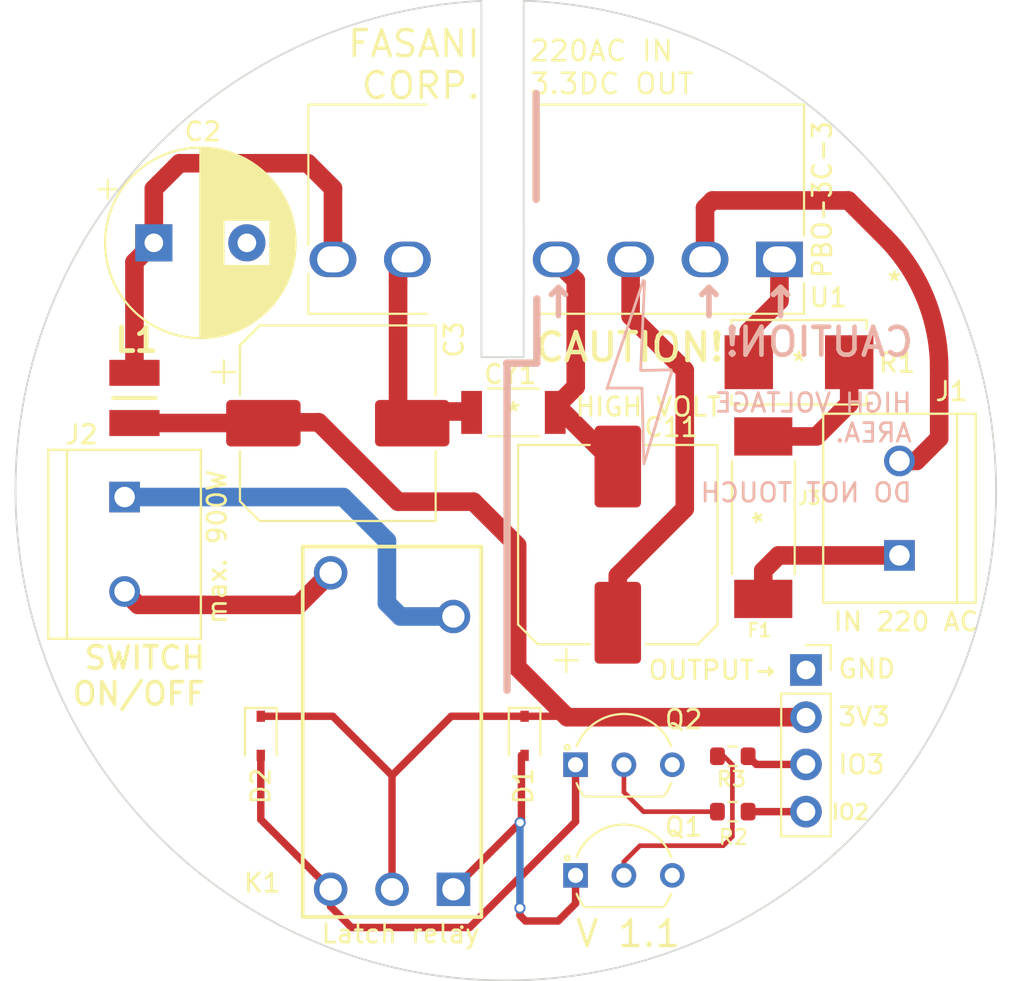
<source format=kicad_pcb>
(kicad_pcb (version 20211014) (generator pcbnew)
  (layers (0 "F.Cu" signal) (31 "B.Cu" signal) (34 "B.Paste" user) (35 "F.Paste" user) (36 "B.SilkS" user "B.Silkscreen") (37 "F.SilkS" user "F.Silkscreen") (38 "B.Mask" user) (39 "F.Mask" user) (44 "Edge.Cuts" user))
  (net 0 "")
  (net 1 "Net-(C1-Pad1)")
  (net 2 "Net-(C1-Pad2)")
  (net 3 "Net-(C2-Pad1)")
  (net 4 "GND")
  (net 5 "AC")
  (net 6 "Net-(F1-Pad2)")
  (net 7 "/AC (N)")
  (net 8 "Net-(R1-Pad2)")
  (net 9 "/IO_2")
  (net 10 "/IO_3")
  (net 11 "+3V3")
  (net 12 "Net-(J2-Pad1)")
  (net 13 "Net-(J2-Pad2)")
  (net 14 "Net-(D1-Pad2)")
  (net 15 "Net-(D2-Pad2)")
  (net 16 "Net-(Q1-Pad2)")
  (net 17 "Net-(Q2-Pad2)")
  (footprint "footprint:SMW212RJT" (layer "F.Cu") (at 152.3 78.45 180)
    (fp_text reference "R1" (at -5.28 -0.04 180) (layer "F.SilkS"))
    (fp_text value "R" hide)
    (fp_text user "*" (at 0 0) (layer "F.SilkS"))
    (fp_line (start 3.6322 2.2733) (end 3.6322 1.78054) (layer "F.SilkS") (width 0.12))
    (fp_line (start 3.6322 -1.78054) (end 3.6322 -2.2733) (layer "F.SilkS") (width 0.12))
    (fp_line (start -3.6322 -2.2733) (end -3.6322 -1.78054) (layer "F.SilkS") (width 0.12))
    (fp_line (start 3.6322 -2.2733) (end -3.6322 -2.2733) (layer "F.SilkS") (width 0.12))
    (fp_line (start -3.6322 1.78054) (end -3.6322 2.2733) (layer "F.SilkS") (width 0.12))
    (fp_line (start -3.6322 2.2733) (end 3.6322 2.2733) (layer "F.SilkS") (width 0.12))
    (pad "1" smd rect (at -2.69875 0 180) (size 2.6035 2.8956) (layers "F.Cu" "F.Paste" "F.Mask") (net 6 "Net-(F1-Pad2)"))
    (pad "2" smd rect (at 2.69875 0 180) (size 2.6035 2.8956) (layers "F.Cu" "F.Paste" "F.Mask") (net 8 "Net-(R1-Pad2)"))
  )
  (footprint "footprint:BC547B" (layer "F.Cu") (at 140.29 106.04645)
    (fp_text reference "Q1" (at 5.81 -2.60645) (layer "F.SilkS"))
    (fp_text value "Q_NPN_CBE" hide)
    (fp_line (start 0.536494 1.7145) (end 4.663506 1.7145) (layer "F.SilkS") (width 0.12))
    (fp_arc (start 0.056517 -0.99314) (mid 2.600845 -2.7305) (end 5.144097 -0.991565) (layer "F.SilkS") (width 0.12))
    (fp_arc (start 5.144097 0.991565) (mid 4.978085 1.341768) (end 4.764164 1.66494) (layer "F.SilkS") (width 0.12))
    (fp_arc (start 0.435836 1.66494) (mid 0.222331 1.342505) (end 0.056518 0.993141) (layer "F.SilkS") (width 0.12))
    (fp_circle (center -0.44 -0.93) (end -0.313 -0.93) (layer "F.SilkS") (width 0.12) (fill none))
    (pad "1" thru_hole rect (at 0 0) (size 1.3208 1.3208) (drill 0.8128) (layers *.Cu *.Mask) (net 14 "Net-(D1-Pad2)"))
    (pad "2" thru_hole circle (at 2.6 0) (size 1.3208 1.3208) (drill 0.8128) (layers *.Cu *.Mask) (net 16 "Net-(Q1-Pad2)"))
    (pad "3" thru_hole circle (at 5.2 0) (size 1.3208 1.3208) (drill 0.8128) (layers *.Cu *.Mask) (net 4 "GND"))
  )
  (footprint "Resistor_SMD:R_0603_1608Metric" (layer "F.Cu") (at 148.74 102.62)
    (fp_text reference "R2" (at 0.03 1.37 180) (layer "F.SilkS") (effects (font (size 0.8 0.8) (thickness 0.12))))
    (fp_text value "430Ω" hide)
    (fp_line (start -0.237258 0.5225) (end 0.237258 0.5225) (layer "F.SilkS") (width 0.12))
    (fp_line (start -0.237258 -0.5225) (end 0.237258 -0.5225) (layer "F.SilkS") (width 0.12))
    (pad "1" smd roundrect (at -0.825 0) (size 0.8 0.95) (layers "F.Cu" "F.Paste" "F.Mask") (net 17 "Net-(Q2-Pad2)"))
    (pad "2" smd roundrect (at 0.825 0) (size 0.8 0.95) (layers "F.Cu" "F.Paste" "F.Mask") (net 9 "/IO_2"))
  )
  (footprint "footprint:FH44L-1AT-L2-DC3V" (layer "F.Cu") (at 130.525 98.075 90)
    (fp_text reference "K1" (at -8.375 -7.075 unlocked) (layer "F.SilkS"))
    (fp_text value "HF163-F")
    (fp_line (start 9.71 -4.9) (end -10.2 -4.9) (layer "F.SilkS") (width 0.2))
    (fp_line (start -10.21 -4.9) (end -10.21 4.7) (layer "F.SilkS") (width 0.2))
    (fp_line (start -10.2 4.7) (end 9.71 4.7) (layer "F.SilkS") (width 0.2))
    (fp_line (start 9.71 4.7) (end 9.71 -4.9) (layer "F.SilkS") (width 0.2))
    (fp_line (start -10.81 3.65) (end -10.81 3.65) (layer "F.SilkS") (width 0.1))
    (fp_line (start -10.71 3.65) (end -10.71 3.65) (layer "F.SilkS") (width 0.1))
    (fp_arc (start -10.71 3.65) (mid -10.76 3.7) (end -10.81 3.65) (layer "F.SilkS") (width 0.1))
    (fp_arc (start -10.81 3.65) (mid -10.76 3.6) (end -10.71 3.65) (layer "F.SilkS") (width 0.1))
    (pad "1" thru_hole rect (at -8.72 3.2 90) (size 1.8 1.8) (drill 1.2) (layers *.Cu *.Mask) (net 14 "Net-(D1-Pad2)"))
    (pad "2" thru_hole circle (at -8.72 -0.1 90) (size 1.8 1.8) (drill 1.2) (layers *.Cu *.Mask) (net 11 "+3V3"))
    (pad "3" thru_hole circle (at -8.72 -3.4 90) (size 1.8 1.8) (drill 1.2) (layers *.Cu *.Mask) (net 15 "Net-(D2-Pad2)"))
    (pad "4" thru_hole circle (at 8.3 -3.4 90) (size 1.8 1.8) (drill 1.2) (layers *.Cu *.Mask) (net 13 "Net-(J2-Pad2)"))
    (pad "5" thru_hole circle (at 5.95 3.2 90) (size 1.8 1.8) (drill 1.2) (layers *.Cu *.Mask) (net 12 "Net-(J2-Pad1)"))
  )
  (footprint "Capacitor_SMD:CP_Elec_10x14.3" (layer "F.Cu") (at 142.56 88.26 90)
    (fp_text reference "C11" (at 6.31 2.88) (layer "F.SilkS"))
    (fp_text value "12uF")
    (fp_line (start -6.225 -3.385) (end -6.225 -2.135) (layer "F.SilkS") (width 0.12))
    (fp_line (start -4.295563 -5.36) (end 5.36 -5.36) (layer "F.SilkS") (width 0.12))
    (fp_line (start -5.36 4.295563) (end -4.295563 5.36) (layer "F.SilkS") (width 0.12))
    (fp_line (start -5.36 4.295563) (end -5.36 1.51) (layer "F.SilkS") (width 0.12))
    (fp_line (start -6.85 -2.76) (end -5.6 -2.76) (layer "F.SilkS") (width 0.12))
    (fp_line (start -5.36 -4.295563) (end -4.295563 -5.36) (layer "F.SilkS") (width 0.12))
    (fp_line (start -4.295563 5.36) (end 5.36 5.36) (layer "F.SilkS") (width 0.12))
    (fp_line (start 5.36 5.36) (end 5.36 1.51) (layer "F.SilkS") (width 0.12))
    (fp_line (start -5.36 -4.295563) (end -5.36 -1.51) (layer "F.SilkS") (width 0.12))
    (fp_line (start 5.36 -5.36) (end 5.36 -1.51) (layer "F.SilkS") (width 0.12))
    (pad "1" smd roundrect (at -4.2 0 90) (size 4.4 2.5) (layers "F.Cu" "F.Paste" "F.Mask") (roundrect_rratio 0.1) (net 1 "Net-(C1-Pad1)"))
    (pad "2" smd roundrect (at 4.2 0 90) (size 4.4 2.5) (layers "F.Cu" "F.Paste" "F.Mask") (roundrect_rratio 0.1) (net 2 "Net-(C1-Pad2)"))
  )
  (footprint "Diode_SMD:D_SOD-323" (layer "F.Cu") (at 123.37 98.54 -90)
    (fp_text reference "D2" (at 2.7 0 90) (layer "F.SilkS"))
    (fp_text value "1N4148" hide)
    (fp_line (start -1.5 -0.85) (end 1.05 -0.85) (layer "F.SilkS") (width 0.12))
    (fp_line (start -1.5 -0.85) (end -1.5 0.85) (layer "F.SilkS") (width 0.12))
    (fp_line (start -1.5 0.85) (end 1.05 0.85) (layer "F.SilkS") (width 0.12))
    (pad "1" smd rect (at -1.05 0 270) (size 0.6 0.45) (layers "F.Cu" "F.Paste" "F.Mask") (net 11 "+3V3"))
    (pad "2" smd rect (at 1.05 0 270) (size 0.6 0.45) (layers "F.Cu" "F.Paste" "F.Mask") (net 15 "Net-(D2-Pad2)"))
  )
  (footprint "footprint:CC1808KKX7RCBB102" (layer "F.Cu") (at 136.95 81.15)
    (fp_text reference "CY1" (at -0.17 -2.05) (layer "F.SilkS"))
    (fp_text value "1nF" hide)
    (fp_text user "*" (at 0 0) (layer "F.SilkS"))
    (fp_line (start -1.38155 1.2827) (end 1.38155 1.2827) (layer "F.SilkS") (width 0.12))
    (fp_line (start 1.38155 -1.2827) (end -1.38155 -1.2827) (layer "F.SilkS") (width 0.12))
    (pad "1" smd rect (at -2.2479 0) (size 1.1176 2.3114) (layers "F.Cu" "F.Paste" "F.Mask") (net 4 "GND"))
    (pad "2" smd rect (at 2.2479 0) (size 1.1176 2.3114) (layers "F.Cu" "F.Paste" "F.Mask") (net 2 "Net-(C1-Pad2)"))
  )
  (footprint "footprint:PBO-3C-3" (layer "F.Cu") (at 151.249999 72.92 180)
    (fp_text reference "U1" (at -2.630001 -2.05) (layer "F.SilkS"))
    (fp_text value "PBO-3C-3" (at -2.300001 3.22 270) (layer "F.SilkS"))
    (fp_text user "*" (at -6.180001 -1.2) (layer "F.SilkS"))
    (fp_line (start 25.322299 8.3261) (end 25.322299 0.785196) (layer "F.SilkS") (width 0.12))
    (fp_line (start -1.322301 1.278829) (end -1.322301 8.3261) (layer "F.SilkS") (width 0.12))
    (fp_line (start 13.11 -2.9261) (end -1.322301 -2.9261) (layer "F.SilkS") (width 0.12))
    (fp_line (start -1.322301 -2.9261) (end -1.322301 -1.278829) (layer "F.SilkS") (width 0.12))
    (fp_line (start -1.322301 8.3261) (end 13.11 8.3261) (layer "F.SilkS") (width 0.12))
    (fp_line (start 25.31 -2.9261) (end 18.95 -2.9261) (layer "F.SilkS") (width 0.12))
    (fp_line (start 25.33 8.3261) (end 18.97 8.3261) (layer "F.SilkS") (width 0.12))
    (fp_line (start 25.322299 -0.785196) (end 25.322299 -2.9261) (layer "F.SilkS") (width 0.12))
    (pad "" np_thru_hole circle (at 18.899999 -1.3716 180) (size 0.9906 0.9906) (drill 0.9906) (layers *.Cu *.Mask))
    (pad "" np_thru_hole circle (at 18.899999 1.3716 180) (size 0.9906 0.9906) (drill 0.9906) (layers *.Cu *.Mask))
    (pad "" np_thru_hole circle (at 13.099999 1.3716 180) (size 0.9906 0.9906) (drill 0.9906) (layers *.Cu *.Mask))
    (pad "" np_thru_hole circle (at 13.099999 -1.3716 180) (size 0.9906 0.9906) (drill 0.9906) (layers *.Cu *.Mask))
    (pad "1" thru_hole rect (at 0 0 180) (size 2.5146 1.905) (drill oval 1.78 1.4) (layers *.Cu *.Mask) (net 8 "Net-(R1-Pad2)"))
    (pad "2" thru_hole oval (at 3.999999 0 180) (size 2.5146 1.905) (drill oval 1.7 1.4) (layers *.Cu *.Mask) (net 7 "/AC (N)"))
    (pad "3" thru_hole oval (at 7.999999 0 180) (size 2.5146 1.905) (drill oval 1.7 1.4) (layers *.Cu *.Mask) (net 1 "Net-(C1-Pad1)"))
    (pad "4" thru_hole oval (at 11.999999 0 180) (size 2.5146 1.905) (drill oval 1.7 1.4) (layers *.Cu *.Mask) (net 2 "Net-(C1-Pad2)"))
    (pad "5" thru_hole oval (at 19.999998 0 180) (size 2.5146 1.905) (drill oval 1.7 1.4) (layers *.Cu *.Mask) (net 4 "GND"))
    (pad "6" thru_hole oval (at 23.999997 0 180) (size 2.5146 1.905) (drill oval 1.7 1.4) (layers *.Cu *.Mask) (net 3 "Net-(C2-Pad1)"))
  )
  (footprint "footprint:Conn_C8269" (layer "F.Cu") (at 116.05 88.24 -90)
    (fp_text reference "J2" (at -5.9 2.31 180) (layer "F.SilkS") (effects (font (size 1.002039 1.002039))))
    (fp_text value "ON/OFF switch")
    (fp_line (start 5.08 -4.1) (end 5.08 3.1) (layer "F.SilkS") (width 0.127))
    (fp_line (start -5.08 4.1) (end -5.08 3.1) (layer "F.SilkS") (width 0.127))
    (fp_line (start 5.08 4.1) (end -5.08 4.1) (layer "F.SilkS") (width 0.127))
    (fp_line (start -5.08 3.1) (end 5.08 3.1) (layer "F.SilkS") (width 0.127))
    (fp_line (start -5.08 3.1) (end -5.08 -4.1) (layer "F.SilkS") (width 0.127))
    (fp_line (start -5.08 -4.1) (end 5.08 -4.1) (layer "F.SilkS") (width 0.127))
    (fp_line (start 5.08 3.1) (end 5.08 4.1) (layer "F.SilkS") (width 0.127))
    (pad "1" thru_hole rect (at -2.54 0 270) (size 1.65 1.65) (drill 1.1) (layers *.Cu *.Mask) (net 12 "Net-(J2-Pad1)"))
    (pad "2" thru_hole circle (at 2.54 0 270) (size 1.65 1.65) (drill 1.1) (layers *.Cu *.Mask) (net 13 "Net-(J2-Pad2)"))
  )
  (footprint "footprint:Conn_C8269" (layer "F.Cu") (at 157.7 86.3 90)
    (fp_text reference "J1" (at 6.28 2.8 180) (layer "F.SilkS") (effects (font (size 1.002039 1.002039))))
    (fp_text value "AC MAINS POWER")
    (fp_line (start -5.08 3.1) (end -5.08 -4.1) (layer "F.SilkS") (width 0.127))
    (fp_line (start 5.08 3.1) (end 5.08 4.1) (layer "F.SilkS") (width 0.127))
    (fp_line (start -5.08 -4.1) (end 5.08 -4.1) (layer "F.SilkS") (width 0.127))
    (fp_line (start -5.08 4.1) (end -5.08 3.1) (layer "F.SilkS") (width 0.127))
    (fp_line (start 5.08 4.1) (end -5.08 4.1) (layer "F.SilkS") (width 0.127))
    (fp_line (start -5.08 3.1) (end 5.08 3.1) (layer "F.SilkS") (width 0.127))
    (fp_line (start 5.08 -4.1) (end 5.08 3.1) (layer "F.SilkS") (width 0.127))
    (pad "1" thru_hole rect (at -2.54 0 90) (size 1.65 1.65) (drill 1.1) (layers *.Cu *.Mask) (net 5 "AC"))
    (pad "2" thru_hole circle (at 2.54 0 90) (size 1.65 1.65) (drill 1.1) (layers *.Cu *.Mask) (net 7 "/AC (N)"))
  )
  (footprint "Resistor_SMD:R_0603_1608Metric" (layer "F.Cu") (at 148.74 99.64)
    (fp_text reference "R3" (at -0.07 1.23 180) (layer "F.SilkS") (effects (font (size 0.8 0.8) (thickness 0.13))))
    (fp_text value "430Ω")
    (fp_line (start -0.237258 -0.5225) (end 0.237258 -0.5225) (layer "F.SilkS") (width 0.12))
    (fp_line (start -0.237258 0.5225) (end 0.237258 0.5225) (layer "F.SilkS") (width 0.12))
    (pad "1" smd roundrect (at -0.825 0) (size 0.8 0.95) (layers "F.Cu" "F.Paste" "F.Mask") (net 16 "Net-(Q1-Pad2)"))
    (pad "2" smd roundrect (at 0.825 0) (size 0.8 0.95) (layers "F.Cu" "F.Paste" "F.Mask") (net 10 "/IO_3"))
  )
  (footprint "footprint:BC547B" (layer "F.Cu") (at 140.29 100.09645)
    (fp_text reference "Q2" (at 5.81 -2.43645 180) (layer "F.SilkS"))
    (fp_text value "Q_NPN_CBE" hide)
    (fp_line (start 0.536494 1.7145) (end 4.663506 1.7145) (layer "F.SilkS") (width 0.12))
    (fp_arc (start 5.144097 0.991565) (mid 4.978085 1.341768) (end 4.764164 1.66494) (layer "F.SilkS") (width 0.12))
    (fp_arc (start 0.435836 1.66494) (mid 0.222331 1.342505) (end 0.056518 0.993141) (layer "F.SilkS") (width 0.12))
    (fp_arc (start 0.056517 -0.99314) (mid 2.600845 -2.7305) (end 5.144097 -0.991565) (layer "F.SilkS") (width 0.12))
    (fp_circle (center -0.44 -0.93) (end -0.313 -0.93) (layer "F.SilkS") (width 0.12) (fill none))
    (pad "1" thru_hole rect (at 0 0) (size 1.3208 1.3208) (drill 0.8128) (layers *.Cu *.Mask) (net 15 "Net-(D2-Pad2)"))
    (pad "2" thru_hole circle (at 2.6 0) (size 1.3208 1.3208) (drill 0.8128) (layers *.Cu *.Mask) (net 17 "Net-(Q2-Pad2)"))
    (pad "3" thru_hole circle (at 5.2 0) (size 1.3208 1.3208) (drill 0.8128) (layers *.Cu *.Mask) (net 4 "GND"))
  )
  (footprint "Capacitor_THT:CP_Radial_D10.0mm_P5.00mm" (layer "F.Cu") (at 117.622323 72.03)
    (fp_text reference "C2" (at 2.627677 -5.98 180) (layer "F.SilkS"))
    (fp_text value "470uF")
    (fp_line (start 2.78 -5.073) (end 2.78 5.073) (layer "F.SilkS") (width 0.12))
    (fp_line (start 5.381 1.241) (end 5.381 4.194) (layer "F.SilkS") (width 0.12))
    (fp_line (start 6.301 -3.392) (end 6.301 3.392) (layer "F.SilkS") (width 0.12))
    (fp_line (start 3.861 1.241) (end 3.861 4.897) (layer "F.SilkS") (width 0.12))
    (fp_line (start 3.301 -5.018) (end 3.301 5.018) (layer "F.SilkS") (width 0.12))
    (fp_line (start 4.261 -4.768) (end 4.261 -1.241) (layer "F.SilkS") (width 0.12))
    (fp_line (start 5.301 1.241) (end 5.301 4.247) (layer "F.SilkS") (width 0.12))
    (fp_line (start 4.501 1.241) (end 4.501 4.674) (layer "F.SilkS") (width 0.12))
    (fp_line (start 7.301 -1.742) (end 7.301 1.742) (layer "F.SilkS") (width 0.12))
    (fp_line (start 3.581 -4.965) (end 3.581 4.965) (layer "F.SilkS") (width 0.12))
    (fp_line (start 3.941 1.241) (end 3.941 4.874) (layer "F.SilkS") (width 0.12))
    (fp_line (start 3.341 -5.011) (end 3.341 5.011) (layer "F.SilkS") (width 0.12))
    (fp_line (start 2.82 -5.07) (end 2.82 5.07) (layer "F.SilkS") (width 0.12))
    (fp_line (start 4.181 -4.797) (end 4.181 -1.241) (layer "F.SilkS") (width 0.12))
    (fp_line (start 7.221 -1.944) (end 7.221 1.944) (layer "F.SilkS") (width 0.12))
    (fp_line (start 5.821 -3.858) (end 5.821 -1.241) (layer "F.SilkS") (width 0.12))
    (fp_line (start 4.421 -4.707) (end 4.421 -1.241) (layer "F.SilkS") (width 0.12))
    (fp_line (start 5.941 -3.753) (end 5.941 -1.241) (layer "F.SilkS") (width 0.12))
    (fp_line (start 4.061 -4.837) (end 4.061 -1.241) (layer "F.SilkS") (width 0.12))
    (fp_line (start 5.021 -4.417) (end 5.021 -1.241) (layer "F.SilkS") (width 0.12))
    (fp_line (start 4.741 -4.564) (end 4.741 -1.241) (layer "F.SilkS") (width 0.12))
    (fp_line (start 4.901 -4.483) (end 4.901 -1.241) (layer "F.SilkS") (width 0.12))
    (fp_line (start 5.421 -4.166) (end 5.421 -1.241) (layer "F.SilkS") (width 0.12))
    (fp_line (start 5.941 1.241) (end 5.941 3.753) (layer "F.SilkS") (width 0.12))
    (fp_line (start 7.061 -2.289) (end 7.061 2.289) (layer "F.SilkS") (width 0.12))
    (fp_line (start 5.701 -3.957) (end 5.701 -1.241) (layer "F.SilkS") (width 0.12))
    (fp_line (start 5.901 1.241) (end 5.901 3.789) (layer "F.SilkS") (width 0.12))
    (fp_line (start 7.141 -2.125) (end 7.141 2.125) (layer "F.SilkS") (width 0.12))
    (fp_line (start 3.501 -4.982) (end 3.501 4.982) (layer "F.SilkS") (width 0.12))
    (fp_line (start 5.821 1.241) (end 5.821 3.858) (layer "F.SilkS") (width 0.12))
    (fp_line (start 2.66 -5.078) (end 2.66 5.078) (layer "F.SilkS") (width 0.12))
    (fp_line (start 5.541 -4.08) (end 5.541 -1.241) (layer "F.SilkS") (width 0.12))
    (fp_line (start 3.18 -5.035) (end 3.18 5.035) (layer "F.SilkS") (width 0.12))
    (fp_line (start 3.461 -4.99) (end 3.461 4.99) (layer "F.SilkS") (width 0.12))
    (fp_line (start 5.181 -4.323) (end 5.181 -1.241) (layer "F.SilkS") (width 0.12))
    (fp_line (start 6.821 -2.709) (end 6.821 2.709) (layer "F.SilkS") (width 0.12))
    (fp_line (start 4.221 -4.783) (end 4.221 -1.241) (layer "F.SilkS") (width 0.12))
    (fp_line (start 6.501 -3.156) (end 6.501 3.156) (layer "F.SilkS") (width 0.12))
    (fp_line (start -2.979646 -2.875) (end -1.979646 -2.875) (layer "F.SilkS") (width 0.12))
    (fp_line (start 4.621 1.241) (end 4.621 4.621) (layer "F.SilkS") (width 0.12))
    (fp_line (start 6.141 1.241) (end 6.141 3.561) (layer "F.SilkS") (width 0.12))
    (fp_line (start 2.74 -5.075) (end 2.74 5.075) (layer "F.SilkS") (width 0.12))
    (fp_line (start 5.101 1.241) (end 5.101 4.371) (layer "F.SilkS") (width 0.12))
    (fp_line (start 6.581 -3.054) (end 6.581 3.054) (layer "F.SilkS") (width 0.12))
    (fp_line (start 6.261 -3.436) (end 6.261 3.436) (layer "F.SilkS") (width 0.12))
    (fp_line (start 3.06 -5.05) (end 3.06 5.05) (layer "F.SilkS") (width 0.12))
    (fp_line (start 3.821 1.241) (end 3.821 4.907) (layer "F.SilkS") (width 0.12))
    (fp_line (start 5.741 -3.925) (end 5.741 -1.241) (layer "F.SilkS") (width 0.12))
    (fp_line (start 5.261 -4.273) (end 5.261 -1.241) (layer "F.SilkS") (width 0.12))
    (fp_line (start 5.101 -4.371) (end 5.101 -1.241) (layer "F.SilkS") (width 0.12))
    (fp_line (start 4.781 -4.545) (end 4.781 -1.241) (layer "F.SilkS") (width 0.12))
    (fp_line (start 6.621 -3) (end 6.621 3) (layer "F.SilkS") (width 0.12))
    (fp_line (start 6.421 -3.254) (end 6.421 3.254) (layer "F.SilkS") (width 0.12))
    (fp_line (start 7.181 -2.037) (end 7.181 2.037) (layer "F.SilkS") (width 0.12))
    (fp_line (start 4.581 -4.639) (end 4.581 -1.241) (layer "F.SilkS") (width 0.12))
    (fp_line (start 4.701 1.241) (end 4.701 4.584) (layer "F.SilkS") (width 0.12))
    (fp_line (start 2.9 -5.065) (end 2.9 5.065) (layer "F.SilkS") (width 0.12))
    (fp_line (start 4.661 -4.603) (end 4.661 -1.241) (layer "F.SilkS") (width 0.12))
    (fp_line (start 7.541 -0.862) (end 7.541 0.862) (layer "F.SilkS") (width 0.12))
    (fp_line (start 4.621 -4.621) (end 4.621 -1.241) (layer "F.SilkS") (width 0.12))
    (fp_line (start 4.941 1.241) (end 4.941 4.462) (layer "F.SilkS") (width 0.12))
    (fp_line (start 4.901 1.241) (end 4.901 4.483) (layer "F.SilkS") (width 0.12))
    (fp_line (start 4.541 1.241) (end 4.541 4.657) (layer "F.SilkS") (width 0.12))
    (fp_line (start 3.381 -5.004) (end 3.381 5.004) (layer "F.SilkS") (width 0.12))
    (fp_line (start 4.021 1.241) (end 4.021 4.85) (layer "F.SilkS") (width 0.12))
    (fp_line (start 5.621 -4.02) (end 5.621 -1.241) (layer "F.SilkS") (width 0.12))
    (fp_line (start 5.021 1.241) (end 5.021 4.417) (layer "F.SilkS") (width 0.12))
    (fp_line (start 6.101 1.241) (end 6.101 3.601) (layer "F.SilkS") (width 0.12))
    (fp_line (start 5.581 1.241) (end 5.581 4.05) (layer "F.SilkS") (width 0.12))
    (fp_line (start 3.781 1.241) (end 3.781 4.918) (layer "F.SilkS") (width 0.12))
    (fp_line (start 5.461 1.241) (end 5.461 4.138) (layer "F.SilkS") (width 0.12))
    (fp_line (start 4.821 1.241) (end 4.821 4.525) (layer "F.SilkS") (width 0.12))
    (fp_line (start 3.981 -4.862) (end 3.981 -1.241) (layer "F.SilkS") (width 0.12))
    (fp_line (start 5.501 -4.11) (end 5.501 -1.241) (layer "F.SilkS") (width 0.12))
    (fp_line (start 7.381 -1.51) (end 7.381 1.51) (layer "F.SilkS") (width 0.12))
    (fp_line (start 5.221 1.241) (end 5.221 4.298) (layer "F.SilkS") (width 0.12))
    (fp_line (start 3.1 -5.045) (end 3.1 5.045) (layer "F.SilkS") (width 0.12))
    (fp_line (start 2.5 -5.08) (end 2.5 5.08) (layer "F.SilkS") (width 0.12))
    (fp_line (start 4.181 1.241) (end 4.181 4.797) (layer "F.SilkS") (width 0.12))
    (fp_line (start 4.101 1.241) (end 4.101 4.824) (layer "F.SilkS") (width 0.12))
    (fp_line (start 6.741 -2.83) (end 6.741 2.83) (layer "F.SilkS") (width 0.12))
    (fp_line (start 3.901 1.241) (end 3.901 4.885) (layer "F.SilkS") (width 0.12))
    (fp_line (start 5.141 -4.347) (end 5.141 -1.241) (layer "F.SilkS") (width 0.12))
    (fp_line (start 5.861 -3.824) (end 5.861 -1.241) (layer "F.SilkS") (width 0.12))
    (fp_line (start 5.901 -3.789) (end 5.901 -1.241) (layer "F.SilkS") (width 0.12))
    (fp_line (start 4.301 1.241) (end 4.301 4.754) (layer "F.SilkS") (width 0.12))
    (fp_line (start 6.981 -2.439) (end 6.981 2.439) (layer "F.SilkS") (width 0.12))
    (fp_line (start 4.421 1.241) (end 4.421 4.707) (layer "F.SilkS") (width 0.12))
    (fp_line (start 4.261 1.241) (end 4.261 4.768) (layer "F.SilkS") (width 0.12))
    (fp_line (start 6.701 -2.889) (end 6.701 2.889) (layer "F.SilkS") (width 0.12))
    (fp_line (start 5.981 -3.716) (end 5.981 -1.241) (layer "F.SilkS") (width 0.12))
    (fp_line (start 5.301 -4.247) (end 5.301 -1.241) (layer "F.SilkS") (width 0.12))
    (fp_line (start 6.221 -3.478) (end 6.221 -1.241) (layer "F.SilkS") (width 0.12))
    (fp_line (start 5.661 -3.989) (end 5.661 -1.241) (layer "F.SilkS") (width 0.12))
    (fp_line (start 6.781 -2.77) (end 6.781 2.77) (layer "F.SilkS") (width 0.12))
    (fp_line (start 2.54 -5.08) (end 2.54 5.08) (layer "F.SilkS") (width 0.12))
    (fp_line (start 4.501 -4.674) (end 4.501 -1.241) (layer "F.SilkS") (width 0.12))
    (fp_line (start 4.861 -4.504) (end 4.861 -1.241) (layer "F.SilkS") (width 0.12))
    (fp_line (start 5.261 1.241) (end 5.261 4.273) (layer "F.SilkS") (width 0.12))
    (fp_line (start 5.341 -4.221) (end 5.341 -1.241) (layer "F.SilkS") (width 0.12))
    (fp_line (start 7.021 -2.365) (end 7.021 2.365) (layer "F.SilkS") (width 0.12))
    (fp_line (start 4.141 -4.811) (end 4.141 -1.241) (layer "F.SilkS") (width 0.12))
    (fp_line (start 5.621 1.241) (end 5.621 4.02) (layer "F.SilkS") (width 0.12))
    (fp_line (start 3.821 -4.907) (end 3.821 -1.241) (layer "F.SilkS") (width 0.12))
    (fp_line (start 3.741 -4.928) (end 3.741 4.928) (layer "F.SilkS") (width 0.12))
    (fp_line (start 5.061 -4.395) (end 5.061 -1.241) (layer "F.SilkS") (width 0.12))
    (fp_line (start 6.021 -3.679) (end 6.021 -1.241) (layer "F.SilkS") (width 0.12))
    (fp_line (start 4.661 1.241) (end 4.661 4.603) (layer "F.SilkS") (width 0.12))
    (fp_line (start 3.661 -4.947) (end 3.661 4.947) (layer "F.SilkS") (width 0.12))
    (fp_line (start 4.101 -4.824) (end 4.101 -1.241) (layer "F.SilkS") (width 0.12))
    (fp_line (start 5.221 -4.298) (end 5.221 -1.241) (layer "F.SilkS") (width 0.12))
    (fp_line (start 7.501 -1.062) (end 7.501 1.062) (layer "F.SilkS") (width 0.12))
    (fp_line (start 6.181 -3.52) (end 6.181 -1.241) (layer "F.SilkS") (width 0.12))
    (fp_line (start 4.541 -4.657) (end 4.541 -1.241) (layer "F.SilkS") (width 0.12))
    (fp_line (start 3.02 -5.054) (end 3.02 5.054) (layer "F.SilkS") (width 0.12))
    (fp_line (start 7.101 -2.209) (end 7.101 2.209) (layer "F.SilkS") (width 0.12))
    (fp_line (start 4.741 1.241) (end 4.741 4.564) (layer "F.SilkS") (width 0.12))
    (fp_line (start 5.861 1.241) (end 5.861 3.824) (layer "F.SilkS") (width 0.12))
    (fp_line (start 3.221 -5.03) (end 3.221 5.03) (layer "F.SilkS") (width 0.12))
    (fp_line (start 7.461 -1.23) (end 7.461 1.23) (layer "F.SilkS") (width 0.12))
    (fp_line (start 6.901 -2.579) (end 6.901 2.579) (layer "F.SilkS") (width 0.12))
    (fp_line (start 4.021 -4.85) (end 4.021 -1.241) (layer "F.SilkS") (width 0.12))
    (fp_line (start 6.061 -3.64) (end 6.061 -1.241) (layer "F.SilkS") (width 0.12))
    (fp_line (start 7.421 -1.378) (end 7.421 1.378) (layer "F.SilkS") (width 0.12))
    (fp_line (start 4.141 1.241) (end 4.141 4.811) (layer "F.SilkS") (width 0.12))
    (fp_line (start 3.861 -4.897) (end 3.861 -1.241) (layer "F.SilkS") (width 0.12))
    (fp_line (start 4.381 -4.723) (end 4.381 -1.241) (layer "F.SilkS") (width 0.12))
    (fp_line (start 4.301 -4.754) (end 4.301 -1.241) (layer "F.SilkS") (width 0.12))
    (fp_line (start 5.381 -4.194) (end 5.381 -1.241) (layer "F.SilkS") (width 0.12))
    (fp_line (start 3.701 -4.938) (end 3.701 4.938) (layer "F.SilkS") (width 0.12))
    (fp_line (start 4.781 1.241) (end 4.781 4.545) (layer "F.SilkS") (width 0.12))
    (fp_line (start 6.941 -2.51) (end 6.941 2.51) (layer "F.SilkS") (width 0.12))
    (fp_line (start 4.341 -4.738) (end 4.341 -1.241) (layer "F.SilkS") (width 0.12))
    (fp_line (start 2.58 -5.08) (end 2.58 5.08) (layer "F.SilkS") (width 0.12))
    (fp_line (start 3.541 -4.974) (end 3.541 4.974) (layer "F.SilkS") (width 0.12))
    (fp_line (start 4.861 1.241) (end 4.861 4.504) (layer "F.SilkS") (width 0.12))
    (fp_line (start 2.62 -5.079) (end 2.62 5.079) (layer "F.SilkS") (width 0.12))
    (fp_line (start 5.781 -3.892) (end 5.781 -1.241) (layer "F.SilkS") (width 0.12))
    (fp_line (start 4.461 -4.69) (end 4.461 -1.241) (layer "F.SilkS") (width 0.12))
    (fp_line (start 6.381 -3.301) (end 6.381 3.301) (layer "F.SilkS") (width 0.12))
    (fp_line (start 5.661 1.241) (end 5.661 3.989) (layer "F.SilkS") (width 0.12))
    (fp_line (start 3.981 1.241) (end 3.981 4.862) (layer "F.SilkS") (width 0.12))
    (fp_line (start 3.621 -4.956) (end 3.621 4.956) (layer "F.SilkS") (width 0.12))
    (fp_line (start 5.181 1.241) (end 5.181 4.323) (layer "F.SilkS") (width 0.12))
    (fp_line (start 5.421 1.241) (end 5.421 4.166) (layer "F.SilkS") (width 0.12))
    (fp_line (start 3.901 -4.885) (end 3.901 -1.241) (layer "F.SilkS") (width 0.12))
    (fp_line (start 5.141 1.241) (end 5.141 4.347) (layer "F.SilkS") (width 0.12))
    (fp_line (start 5.061 1.241) (end 5.061 4.395) (layer "F.SilkS") (width 0.12))
    (fp_line (start 7.581 -0.599) (end 7.581 0.599) (layer "F.SilkS") (width 0.12))
    (fp_line (start 4.701 -4.584) (end 4.701 -1.241) (layer "F.SilkS") (width 0.12))
    (fp_line (start 7.341 -1.63) (end 7.341 1.63) (layer "F.SilkS") (width 0.12))
    (fp_line (start 2.94 -5.062) (end 2.94 5.062) (layer "F.SilkS") (width 0.12))
    (fp_line (start -2.479646 -3.375) (end -2.479646 -2.375) (layer "F.SilkS") (width 0.12))
    (fp_line (start 6.341 -3.347) (end 6.341 3.347) (layer "F.SilkS") (width 0.12))
    (fp_line (start 3.781 -4.918) (end 3.781 -1.241) (layer "F.SilkS") (width 0.12))
    (fp_line (start 5.781 1.241) (end 5.781 3.892) (layer "F.SilkS") (width 0.12))
    (fp_line (start 4.061 1.241) (end 4.061 4.837) (layer "F.SilkS") (width 0.12))
    (fp_line (start 5.741 1.241) (end 5.741 3.925) (layer "F.SilkS") (width 0.12))
    (fp_line (start 6.101 -3.601) (end 6.101 -1.241) (layer "F.SilkS") (width 0.12))
    (fp_line (start 7.261 -1.846) (end 7.261 1.846) (layer "F.SilkS") (width 0.12))
    (fp_line (start 4.981 -4.44) (end 4.981 -1.241) (layer "F.SilkS") (width 0.12))
    (fp_line (start 6.461 -3.206) (end 6.461 3.206) (layer "F.SilkS") (width 0.12))
    (fp_line (start 4.341 1.241) (end 4.341 4.738) (layer "F.SilkS") (width 0.12))
    (fp_line (start 6.181 1.241) (end 6.181 3.52) (layer "F.SilkS") (width 0.12))
    (fp_line (start 3.941 -4.874) (end 3.941 -1.241) (layer "F.SilkS") (width 0.12))
    (fp_line (start 6.021 1.241) (end 6.021 3.679) (layer "F.SilkS") (width 0.12))
    (fp_line (start 5.461 -4.138) (end 5.461 -1.241) (layer "F.SilkS") (width 0.12))
    (fp_line (start 5.981 1.241) (end 5.981 3.716) (layer "F.SilkS") (width 0.12))
    (fp_line (start 4.941 -4.462) (end 4.941 -1.241) (layer "F.SilkS") (width 0.12))
    (fp_line (start 4.221 1.241) (end 4.221 4.783) (layer "F.SilkS") (width 0.12))
    (fp_line (start 3.261 -5.024) (end 3.261 5.024) (layer "F.SilkS") (width 0.12))
    (fp_line (start 6.541 -3.106) (end 6.541 3.106) (layer "F.SilkS") (width 0.12))
    (fp_line (start 2.7 -5.077) (end 2.7 5.077) (layer "F.SilkS") (width 0.12))
    (fp_line (start 4.581 1.241) (end 4.581 4.639) (layer "F.SilkS") (width 0.12))
    (fp_line (start 4.461 1.241) (end 4.461 4.69) (layer "F.SilkS") (width 0.12))
    (fp_line (start 3.421 -4.997) (end 3.421 4.997) (layer "F.SilkS") (width 0.12))
    (fp_line (start 6.661 -2.945) (end 6.661 2.945) (layer "F.SilkS") (width 0.12))
    (fp_line (start 2.86 -5.068) (end 2.86 5.068) (layer "F.SilkS") (width 0.12))
    (fp_line (start 5.501 1.241) (end 5.501 4.11) (layer "F.SilkS") (width 0.12))
    (fp_line (start 5.541 1.241) (end 5.541 4.08) (layer "F.SilkS") (width 0.12))
    (fp_line (start 5.581 -4.05) (end 5.581 -1.241) (layer "F.SilkS") (width 0.12))
    (fp_line (start 5.341 1.241) (end 5.341 4.221) (layer "F.SilkS") (width 0.12))
    (fp_line (start 4.981 1.241) (end 4.981 4.44) (layer "F.SilkS") (width 0.12))
    (fp_line (start 4.381 1.241) (end 4.381 4.723) (layer "F.SilkS") (width 0.12))
    (fp_line (start 6.061 1.241) (end 6.061 3.64) (layer "F.SilkS") (width 0.12))
    (fp_line (start 6.221 1.241) (end 6.221 3.478) (layer "F.SilkS") (width 0.12))
    (fp_line (start 4.821 -4.525) (end 4.821 -1.241) (layer "F.SilkS") (width 0.12))
    (fp_line (start 6.861 -2.645) (end 6.861 2.645) (layer "F.SilkS") (width 0.12))
    (fp_line (start 6.141 -3.561) (end 6.141 -1.241) (layer "F.SilkS") (width 0.12))
    (fp_line (start 3.14 -5.04) (end 3.14 5.04) (layer "F.SilkS") (width 0.12))
    (fp_line (start 2.98 -5.058) (end 2.98 5.058) (layer "F.SilkS") (width 0.12))
    (fp_line (start 5.701 1.241) (end 5.701 3.957) (layer "F.SilkS") (width 0.12))
    (fp_circle (center 2.5 0) (end 7.62 0) (layer "F.SilkS") (width 0.12) (fill none))
    (pad "1" thru_hole rect (at 0 0) (size 2 2) (drill 1) (layers *.Cu *.Mask) (net 3 "Net-(C2-Pad1)"))
    (pad "2" thru_hole circle (at 5 0) (size 2 2) (drill 1) (layers *.Cu *.Mask) (net 4 "GND"))
  )
  (footprint "footprint:0443001.DR" (layer "F.Cu") (at 150.38 86.81 90)
    (fp_text reference "F1" (at -6.06 -0.21) (layer "F.SilkS") (effects (font (size 0.7 0.7) (thickness 0.13))))
    (fp_text value "Fuse" hide)
    (fp_text user "*" (at 0 0 90) (layer "F.SilkS"))
    (fp_line (start -3.03255 1.6891) (end 3.03255 1.6891) (layer "F.SilkS") (width 0.12))
    (fp_line (start 3.03255 -1.6891) (end -3.03255 -1.6891) (layer "F.SilkS") (width 0.12))
    (pad "1" smd rect (at -4.3688 0 90) (size 2.0574 3.1242) (layers "F.Cu" "F.Paste" "F.Mask") (net 5 "AC"))
    (pad "2" smd rect (at 4.3688 0 90) (size 2.0574 3.1242) (layers "F.Cu" "F.Paste" "F.Mask") (net 6 "Net-(F1-Pad2)"))
  )
  (footprint "Diode_SMD:D_SOD-323" (layer "F.Cu") (at 137.55 98.54 -90)
    (fp_text reference "D1" (at 2.7 0.06 90) (layer "F.SilkS"))
    (fp_text value "1N4148")
    (fp_line (start -1.5 -0.85) (end -1.5 0.85) (layer "F.SilkS") (width 0.12))
    (fp_line (start -1.5 -0.85) (end 1.05 -0.85) (layer "F.SilkS") (width 0.12))
    (fp_line (start -1.5 0.85) (end 1.05 0.85) (layer "F.SilkS") (width 0.12))
    (pad "1" smd rect (at -1.05 0 270) (size 0.6 0.45) (layers "F.Cu" "F.Paste" "F.Mask") (net 11 "+3V3"))
    (pad "2" smd rect (at 1.05 0 270) (size 0.6 0.45) (layers "F.Cu" "F.Paste" "F.Mask") (net 14 "Net-(D1-Pad2)"))
  )
  (footprint "footprint:IND_BRL3225T4R7M" (layer "F.Cu") (at 116.58 80.37 -90)
    (fp_text reference "L1" (at -3.12 -0.12 180) (layer "F.SilkS") (effects (font (size 1.27 1.27) (thickness 0.254))))
    (fp_text value "L" hide)
    (fp_line (start 0 -1.15) (end 0 1.15) (layer "F.SilkS") (width 0.2))
    (pad "1" smd rect (at -1.35 0 270) (size 1.4 2.7) (layers "F.Cu" "F.Paste" "F.Mask") (net 3 "Net-(C2-Pad1)"))
    (pad "2" smd rect (at 1.35 0 270) (size 1.4 2.7) (layers "F.Cu" "F.Paste" "F.Mask") (net 11 "+3V3"))
  )
  (footprint "Capacitor_SMD:CP_Elec_10x10" (layer "F.Cu") (at 127.51 81.73)
    (fp_text reference "C3" (at 6.25 -4.5 90) (layer "F.SilkS"))
    (fp_text value "C 150uF")
    (fp_line (start -6.75 -2.76) (end -5.5 -2.76) (layer "F.SilkS") (width 0.12))
    (fp_line (start -4.195563 5.26) (end 5.26 5.26) (layer "F.SilkS") (width 0.12))
    (fp_line (start -5.26 -4.195563) (end -4.195563 -5.26) (layer "F.SilkS") (width 0.12))
    (fp_line (start 5.26 5.26) (end 5.26 1.51) (layer "F.SilkS") (width 0.12))
    (fp_line (start -6.125 -3.385) (end -6.125 -2.135) (layer "F.SilkS") (width 0.12))
    (fp_line (start -5.26 -4.195563) (end -5.26 -1.51) (layer "F.SilkS") (width 0.12))
    (fp_line (start -4.195563 -5.26) (end 5.26 -5.26) (layer "F.SilkS") (width 0.12))
    (fp_line (start -5.26 4.195563) (end -4.195563 5.26) (layer "F.SilkS") (width 0.12))
    (fp_line (start -5.26 4.195563) (end -5.26 1.51) (layer "F.SilkS") (width 0.12))
    (fp_line (start 5.26 -5.26) (end 5.26 -1.51) (layer "F.SilkS") (width 0.12))
    (pad "1" smd roundrect (at -4 0) (size 4 2.5) (layers "F.Cu" "F.Paste" "F.Mask") (roundrect_rratio 0.1) (net 11 "+3V3"))
    (pad "2" smd roundrect (at 4 0) (size 4 2.5) (layers "F.Cu" "F.Paste" "F.Mask") (roundrect_rratio 0.1) (net 4 "GND"))
  )
  (footprint "Connector_PinSocket_2.54mm:PinSocket_1x04_P2.54mm_Vertical" (layer "F.Cu") (at 152.675 95)
    (fp_text reference "J3" (at 0.175 -9.25) (layer "F.SilkS") (effects (font (size 0.7 0.7) (thickness 0.13))))
    (fp_text value "Conn_01x04")
    (fp_line (start 1.33 1.27) (end 1.33 8.95) (layer "F.SilkS") (width 0.12))
    (fp_line (start -1.33 1.27) (end 1.33 1.27) (layer "F.SilkS") (width 0.12))
    (fp_line (start 1.33 -1.33) (end 1.33 0) (layer "F.SilkS") (width 0.12))
    (fp_line (start -1.33 1.27) (end -1.33 8.95) (layer "F.SilkS") (width 0.12))
    (fp_line (start 0 -1.33) (end 1.33 -1.33) (layer "F.SilkS") (width 0.12))
    (fp_line (start -1.33 8.95) (end 1.33 8.95) (layer "F.SilkS") (width 0.12))
    (pad "1" thru_hole rect (at 0 0) (size 1.7 1.7) (drill 1) (layers *.Cu *.Mask) (net 4 "GND"))
    (pad "2" thru_hole oval (at 0 2.54) (size 1.7 1.7) (drill 1) (layers *.Cu *.Mask) (net 11 "+3V3"))
    (pad "3" thru_hole oval (at 0 5.08) (size 1.7 1.7) (drill 1) (layers *.Cu *.Mask) (net 10 "/IO_3"))
    (pad "4" thru_hole oval (at 0 7.62) (size 1.7 1.7) (drill 1) (layers *.Cu *.Mask) (net 9 "/IO_2"))
  )
  (gr_line (start 138.17 69.685) (end 138.17 64) (layer "B.SilkS") (width 0.4))
  (gr_line (start 138.21 78.5) (end 138.21 75.045) (layer "B.SilkS") (width 0.4))
  (gr_line (start 145.43 78.86) (end 143.86 78.89) (layer "B.SilkS") (width 0.15))
  (gr_line (start 143.93 74.05) (end 141.98 79.87) (layer "B.SilkS") (width 0.15))
  (gr_line (start 143.86 79.84) (end 143.96 83.92) (layer "B.SilkS") (width 0.15))
  (gr_line (start 138.21 78.5) (end 136.59 78.5) (layer "B.SilkS") (width 0.4))
  (gr_line (start 144 83.81) (end 145.46 78.96) (layer "B.SilkS") (width 0.15))
  (gr_line (start 141.98 79.84) (end 143.82 79.84) (layer "B.SilkS") (width 0.15))
  (gr_line (start 136.61 96.09) (end 136.61 78.53) (layer "B.SilkS") (width 0.4))
  (gr_line (start 143.79 78.89) (end 144 74.11) (layer "B.SilkS") (width 0.15))
  (gr_line (start 135.23 78.1812) (end 135.23 59.02) (layer "Edge.Cuts") (width 0.1))
  (gr_arc (start 137.88918 59.022062) (mid 136.518744 111.696653) (end 135.23 59.02) (layer "Edge.Cuts") (width 0.1))
  (gr_line (start 137.5 59.022062) (end 137.5 78.1812) (layer "Edge.Cuts") (width 0.1))
  (gr_line (start 137.5 78.1812) (end 135.23 78.1812) (layer "Edge.Cuts") (width 0.1))
  (gr_line (start 137.88918 59.022062) (end 137.5 59.022062) (layer "Edge.Cuts") (width 0.1))
  (gr_text "↑" (at 147.46 75.04) (layer "B.SilkS") (effects (font (size 2 2) (thickness 0.3)) (justify mirror)))
  (gr_text "↑" (at 139.37 75.04) (layer "B.SilkS") (effects (font (size 2 2) (thickness 0.3)) (justify mirror)))
  (gr_text "HIGH VOLTAGE\nAREA.\n\nDO NOT TOUCH" (at 158.45 83.05) (layer "B.SilkS") (effects (font (size 1 1)) (justify left mirror)))
  (gr_text "↑" (at 151.31 75.04) (layer "B.SilkS") (effects (font (size 2 2) (thickness 0.3)) (justify mirror)))
  (gr_text "CAUTION!" (at 158.59 77.36) (layer "B.SilkS") (effects (font (size 1.5 1.5) (thickness 0.25)) (justify left mirror)))
  (gr_text "OUTPUT→" (at 147.67 95.01) (layer "F.SilkS") (effects (font (size 1 1))))
  (gr_text "IN 220 AC" (at 158.05 92.4) (layer "F.SilkS") (effects (font (size 1 1))))
  (gr_text "Latch relay" (at 130.88 109.18) (layer "F.SilkS") (effects (font (size 1 1) (thickness 0.14))))
  (gr_text "IO2" (at 155.06 102.64) (layer "F.SilkS") (effects (font (size 0.8 0.8))))
  (gr_text "3V3" (at 155.802857 97.516667) (layer "F.SilkS") (effects (font (size 1 1))))
  (gr_text "220AC IN\n3.3DC OUT" (at 137.74 62.5945) (layer "F.SilkS") (effects (font (size 1.1 1.1) (thickness 0.14)) (justify left)))
  (gr_text "HIGH VOLT" (at 140.2 80.85) (layer "F.SilkS") (effects (font (size 1 1)) (justify left)))
  (gr_text "CAUTION!" (at 138 77.65) (layer "F.SilkS") (effects (font (size 1.5 1.5) (thickness 0.25)) (justify left)))
  (gr_text "max. 900W" (at 121.02 88.38 90) (layer "F.SilkS") (effects (font (size 1 1))))
  (gr_text "SWITCH\nON/OFF" (at 120.5 95.32) (layer "F.SilkS") (effects (font (size 1.2 1.2) (thickness 0.2)) (justify right)))
  (gr_text "GND" (at 155.945714 94.943334) (layer "F.SilkS") (effects (font (size 1 1))))
  (gr_text "V 1.1" (at 143.11 109.18) (layer "F.SilkS") (effects (font (size 1.4 1.4) (thickness 0.18))))
  (gr_text "FASANI\n  CORP." (at 135.25 62.45) (layer "F.SilkS") (effects (font (size 1.4 1.4) (thickness 0.18)) (justify right)))
  (gr_text "IO3" (at 155.66 100.09) (layer "F.SilkS") (effects (font (size 1 1))))
  (segment (start 146.16 78.88) (end 146.16 86.33) (width 1) (layer "F.Cu") (net 1))
  (segment (start 142.56 89.93) (end 142.56 92.46) (width 1) (layer "F.Cu") (net 1))
  (segment (start 146.16 86.33) (end 142.56 89.93) (width 1) (layer "F.Cu") (net 1))
  (segment (start 143.25 75.97) (end 146.16 78.88) (width 1) (layer "F.Cu") (net 1))
  (segment (start 143.25 72.92) (end 143.25 75.97) (width 1) (layer "F.Cu") (net 1))
  (segment (start 139.390001 73.14) (end 140.300001 74.05) (width 1) (layer "F.Cu") (net 2))
  (segment (start 140.300001 74.05) (end 140.3 79.7679) (width 1) (layer "F.Cu") (net 2))
  (segment (start 139.1979 80.87) (end 140.3 79.7679) (width 1) (layer "F.Cu") (net 2))
  (segment (start 139.65 81.15) (end 142.56 84.06) (width 1) (layer "F.Cu") (net 2))
  (segment (start 139.1979 81.15) (end 139.1979 80.87) (width 1) (layer "F.Cu") (net 2))
  (segment (start 116.58 73.072323) (end 117.622323 72.03) (width 1) (layer "F.Cu") (net 3))
  (segment (start 127.250002 69.100002) (end 125.9 67.75) (width 1) (layer "F.Cu") (net 3))
  (segment (start 127.250002 72.92) (end 127.250002 69.100002) (width 1) (layer "F.Cu") (net 3))
  (segment (start 116.58 79.02) (end 116.58 73.072323) (width 1) (layer "F.Cu") (net 3))
  (segment (start 119 67.75) (end 117.622323 69.127677) (width 1) (layer "F.Cu") (net 3))
  (segment (start 117.622323 69.127677) (end 117.622323 72.03) (width 1) (layer "F.Cu") (net 3))
  (segment (start 125.9 67.75) (end 119 67.75) (width 1) (layer "F.Cu") (net 3))
  (segment (start 130.75 73.420001) (end 131.250001 72.92) (width 1) (layer "F.Cu") (net 4))
  (segment (start 131.28 81.68) (end 130.75 81.15) (width 1) (layer "F.Cu") (net 4))
  (segment (start 130.75 81.15) (end 130.75 74.15) (width 1) (layer "F.Cu") (net 4))
  (segment (start 131.86 81.1) (end 131.28 81.68) (width 1) (layer "F.Cu") (net 4))
  (segment (start 134.4721 81.1) (end 131.86 81.1) (width 1) (layer "F.Cu") (net 4))
  (segment (start 130.75 74.15) (end 130.75 73.420001) (width 1) (layer "F.Cu") (net 4))
  (segment (start 151.2 88.84) (end 150.38 89.66) (width 1) (layer "F.Cu") (net 5))
  (segment (start 150.38 89.66) (end 150.38 91.1788) (width 1) (layer "F.Cu") (net 5))
  (segment (start 157.7 88.84) (end 151.2 88.84) (width 1) (layer "F.Cu") (net 5))
  (segment (start 153.2388 82.4412) (end 150.38 82.4412) (width 1) (layer "F.Cu") (net 6))
  (segment (start 154.99875 78.45) (end 154.99875 80.68125) (width 1) (layer "F.Cu") (net 6))
  (segment (start 154.99875 80.68125) (end 153.2388 82.4412) (width 1) (layer "F.Cu") (net 6))
  (segment (start 159.835 82.535) (end 159.835 78.777136) (width 1) (layer "F.Cu") (net 7))
  (segment (start 156.906068 71.706068) (end 154.95 69.75) (width 1) (layer "F.Cu") (net 7))
  (segment (start 157.7 83.76) (end 158.61 83.76) (width 1) (layer "F.Cu") (net 7))
  (segment (start 154.95 69.75) (end 147.65 69.75) (width 1) (layer "F.Cu") (net 7))
  (segment (start 147.25 70.15) (end 147.25 72.92) (width 1) (layer "F.Cu") (net 7))
  (segment (start 158.61 83.76) (end 159.835 82.535) (width 1) (layer "F.Cu") (net 7))
  (segment (start 147.65 69.75) (end 147.25 70.15) (width 1) (layer "F.Cu") (net 7))
  (arc (start 159.835 78.777136) (mid 159.073795 74.950302) (end 156.906068 71.706068) (width 1) (layer "F.Cu") (net 7))
  (segment (start 149.60125 76.79875) (end 149.60125 78.45) (width 1) (layer "F.Cu") (net 8))
  (segment (start 151.249999 72.92) (end 151.249999 75.150001) (width 1) (layer "F.Cu") (net 8))
  (segment (start 151.249999 75.150001) (end 149.60125 76.79875) (width 1) (layer "F.Cu") (net 8))
  (segment (start 152.675 102.62) (end 149.565 102.62) (width 0.4) (layer "F.Cu") (net 9))
  (segment (start 152.675 100.08) (end 150.005 100.08) (width 0.4) (layer "F.Cu") (net 10))
  (segment (start 150.005 100.08) (end 149.565 99.64) (width 0.4) (layer "F.Cu") (net 10))
  (segment (start 116.58 81.72) (end 123.24 81.72) (width 1) (layer "F.Cu") (net 11))
  (segment (start 126.48 81.68) (end 130.75 85.95) (width 1) (layer "F.Cu") (net 11))
  (segment (start 123.28 81.68) (end 126.48 81.68) (width 1) (layer "F.Cu") (net 11))
  (segment (start 137.38 97.49) (end 139.79 97.49) (width 0.4) (layer "F.Cu") (net 11))
  (segment (start 127.24 97.49) (end 130.425 100.675) (width 0.4) (layer "F.Cu") (net 11))
  (segment (start 139.79 97.49) (end 139.84 97.54) (width 0.4) (layer "F.Cu") (net 11))
  (segment (start 134.8 85.95) (end 137.15 88.3) (width 1) (layer "F.Cu") (net 11))
  (segment (start 137.15 94.85) (end 139.84 97.54) (width 1) (layer "F.Cu") (net 11))
  (segment (start 123.37 97.49) (end 127.24 97.49) (width 0.4) (layer "F.Cu") (net 11))
  (segment (start 137.15 88.3) (end 137.15 94.85) (width 1) (layer "F.Cu") (net 11))
  (segment (start 139.84 97.54) (end 152.675 97.54) (width 1) (layer "F.Cu") (net 11))
  (segment (start 130.425 100.675) (end 130.425 106.795) (width 0.4) (layer "F.Cu") (net 11))
  (segment (start 130.425 100.675) (end 133.61 97.49) (width 0.4) (layer "F.Cu") (net 11))
  (segment (start 133.61 97.49) (end 137.38 97.49) (width 0.4) (layer "F.Cu") (net 11))
  (segment (start 130.75 85.95) (end 134.8 85.95) (width 1) (layer "F.Cu") (net 11))
  (segment (start 123.24 81.72) (end 123.28 81.68) (width 1) (layer "F.Cu") (net 11))
  (segment (start 130.15 88.05) (end 130.15 91.4) (width 1) (layer "B.Cu") (net 12))
  (segment (start 130.15 91.4) (end 130.875 92.125) (width 1) (layer "B.Cu") (net 12))
  (segment (start 116.05 85.7) (end 127.8 85.7) (width 1) (layer "B.Cu") (net 12))
  (segment (start 130.875 92.125) (end 133.725 92.125) (width 1) (layer "B.Cu") (net 12))
  (segment (start 127.8 85.7) (end 130.15 88.05) (width 1) (layer "B.Cu") (net 12))
  (segment (start 127.125 89.775) (end 125.4 91.5) (width 1) (layer "F.Cu") (net 13))
  (segment (start 125.4 91.5) (end 116.77 91.5) (width 1) (layer "F.Cu") (net 13))
  (segment (start 116.77 91.5) (end 116.05 90.78) (width 1) (layer "F.Cu") (net 13))
  (segment (start 137.3 107.8) (end 137.3 108.2) (width 0.4) (layer "F.Cu") (net 14))
  (segment (start 137.38 103.14) (end 137.31 103.21) (width 0.4) (layer "F.Cu") (net 14))
  (segment (start 137.31 103.21) (end 133.725 106.795) (width 0.4) (layer "F.Cu") (net 14))
  (segment (start 137.38 99.59) (end 137.38 103.14) (width 0.4) (layer "F.Cu") (net 14))
  (segment (start 140.29 107.56) (end 140.29 106.04645) (width 0.4) (layer "F.Cu") (net 14))
  (segment (start 139.35 108.5) (end 140.29 107.56) (width 0.4) (layer "F.Cu") (net 14))
  (segment (start 137.6 108.5) (end 139.35 108.5) (width 0.4) (layer "F.Cu") (net 14))
  (segment (start 137.3 108.2) (end 137.6 108.5) (width 0.4) (layer "F.Cu") (net 14))
  (via (at 137.3 107.8) (size 0.6) (drill 0.4) (layers "F.Cu" "B.Cu") (net 14))
  (via (at 137.31 103.21) (size 0.6) (drill 0.4) (layers "F.Cu" "B.Cu") (net 14))
  (segment (start 137.3 103.22) (end 137.3 107.8) (width 0.4) (layer "B.Cu") (net 14))
  (segment (start 137.31 103.21) (end 137.3 103.22) (width 0.4) (layer "B.Cu") (net 14))
  (segment (start 127.125 106.795) (end 127.125 107.725) (width 0.4) (layer "F.Cu") (net 15))
  (segment (start 127.125 107.725) (end 128.25 108.85) (width 0.4) (layer "F.Cu") (net 15))
  (segment (start 140.29 103.16) (end 140.29 100.09645) (width 0.4) (layer "F.Cu") (net 15))
  (segment (start 134.6 108.85) (end 140.29 103.16) (width 0.4) (layer "F.Cu") (net 15))
  (segment (start 123.37 99.59) (end 123.37 103.04) (width 0.4) (layer "F.Cu") (net 15))
  (segment (start 123.37 103.04) (end 127.125 106.795) (width 0.4) (layer "F.Cu") (net 15))
  (segment (start 128.25 108.85) (end 134.6 108.85) (width 0.4) (layer "F.Cu") (net 15))
  (segment (start 148.23 104.45) (end 148.72 103.96) (width 0.25) (layer "F.Cu") (net 16))
  (segment (start 148.72 103.96) (end 148.72 100.095) (width 0.25) (layer "F.Cu") (net 16))
  (segment (start 142.89 106.04645) (end 142.89 105.31) (width 0.25) (layer "F.Cu") (net 16))
  (segment (start 148.72 100.095) (end 148.135 99.51) (width 0.25) (layer "F.Cu") (net 16))
  (segment (start 143.75 104.45) (end 148.23 104.45) (width 0.25) (layer "F.Cu") (net 16))
  (segment (start 142.89 105.31) (end 143.75 104.45) (width 0.25) (layer "F.Cu") (net 16))
  (segment (start 142.89 100.09645) (end 142.89 101.57) (width 0.25) (layer "F.Cu") (net 17))
  (segment (start 143.94 102.62) (end 147.915 102.62) (width 0.25) (layer "F.Cu") (net 17))
  (segment (start 142.89 101.57) (end 143.94 102.62) (width 0.25) (layer "F.Cu") (net 17))
)
</source>
